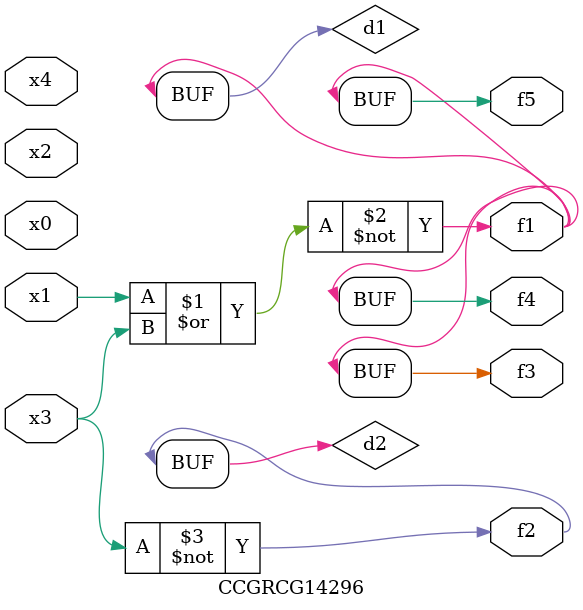
<source format=v>
module CCGRCG14296(
	input x0, x1, x2, x3, x4,
	output f1, f2, f3, f4, f5
);

	wire d1, d2;

	nor (d1, x1, x3);
	not (d2, x3);
	assign f1 = d1;
	assign f2 = d2;
	assign f3 = d1;
	assign f4 = d1;
	assign f5 = d1;
endmodule

</source>
